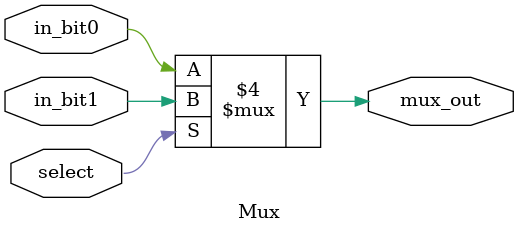
<source format=v>
`timescale 1ns / 1ps


module Mux(
    input select,
    input in_bit0,
    input in_bit1,
    output reg mux_out
    );
     
    always@(*)
    begin
        if (!select)
            mux_out = in_bit0;
        else 
            mux_out = in_bit1;      
    end
endmodule

</source>
